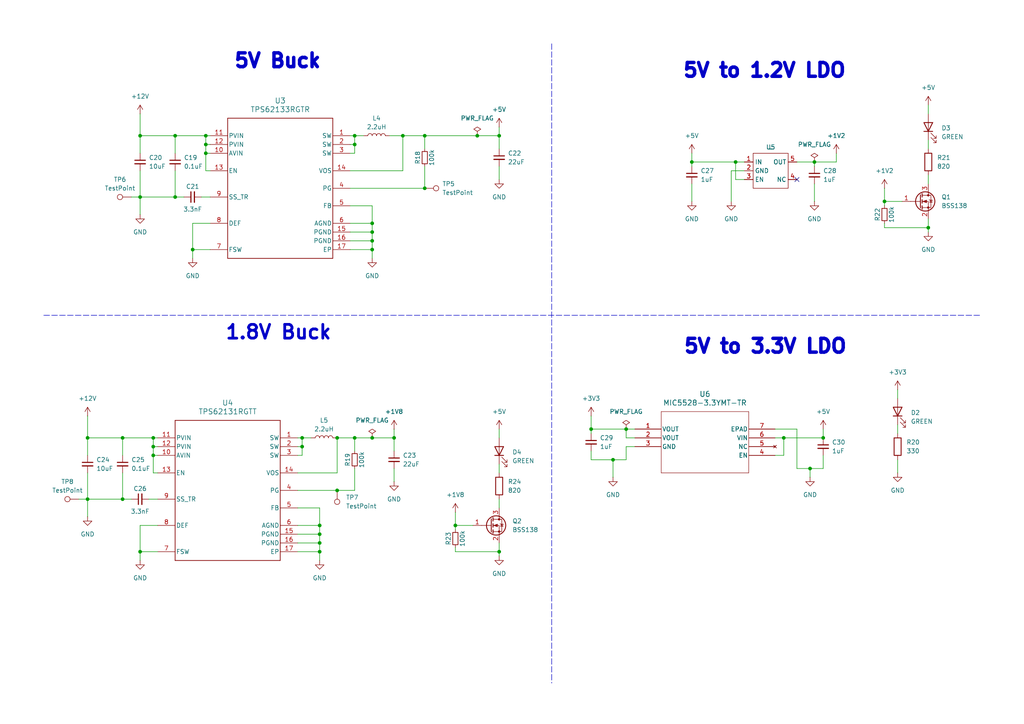
<source format=kicad_sch>
(kicad_sch (version 20231120) (generator "eeschema") (generator_version "8.0")
  (paper "A4")
  (lib_symbols
    (symbol "CameraServer_Symbols:NCP114ASN120T1G"
      (property "Reference" "U" (at 0 6.604 0))
      (symbol "NCP114ASN120T1G_0_1"
        (polyline (pts (xy 0 5.08) (xy -5.08 5.08) (xy -5.08 -5.08) (xy 5.08 -5.08) (xy 5.08 5.08) (xy 0 5.08)))
      )
      (symbol "NCP114ASN120T1G_1_1"
        (pin input line (at -7.62 2.54 0) (length 2.54) (name "IN") (number "1"))
        (pin input line (at -7.62 0 0) (length 2.54) (name "GND") (number "2"))
        (pin input line (at -7.62 -2.54 0) (length 2.54) (name "EN") (number "3"))
        (pin output line (at 7.62 -2.54 180) (length 2.54) (name "NC") (number "4"))
        (pin output line (at 7.62 2.54 180) (length 2.54) (name "OUT") (number "5"))
      )
    )
    (symbol "CameraServer_Symbols:TPS62133RGTR" (pin_names (offset 0.254))
      (property "Reference" "U" (at 0 2.54 0))
      (property "Value" "TPS62133RGTR" (at 0 0 0))
      (symbol "TPS62133RGTR_0_1"
        (polyline (pts (xy -15.24 -20.32) (xy 15.24 -20.32)) (stroke (width 0.2032)))
        (polyline (pts (xy -15.24 20.32) (xy -15.24 -20.32)) (stroke (width 0.2032)))
        (polyline (pts (xy 15.24 -20.32) (xy 15.24 20.32)) (stroke (width 0.2032)))
        (polyline (pts (xy 15.24 20.32) (xy -15.24 20.32)) (stroke (width 0.2032)))
        (pin power_in line (at 20.32 15.24 180) (length 5.08) (name "SW") (number "1"))
        (pin power_in line (at -20.32 10.16 0) (length 5.08) (name "AVIN") (number "10"))
        (pin power_in line (at -20.32 15.24 0) (length 5.08) (name "PVIN") (number "11"))
        (pin power_in line (at -20.32 12.7 0) (length 5.08) (name "PVIN") (number "12"))
        (pin input line (at -20.32 5.08 0) (length 5.08) (name "EN") (number "13"))
        (pin input line (at 20.32 5.08 180) (length 5.08) (name "VOS") (number "14"))
        (pin power_in line (at 20.32 -12.7 180) (length 5.08) (name "PGND") (number "15"))
        (pin power_in line (at 20.32 -15.24 180) (length 5.08) (name "PGND") (number "16"))
        (pin power_in line (at 20.32 -17.78 180) (length 5.08) (name "EP") (number "17"))
        (pin power_in line (at 20.32 12.7 180) (length 5.08) (name "SW") (number "2"))
        (pin power_in line (at 20.32 10.16 180) (length 5.08) (name "SW") (number "3"))
        (pin open_collector line (at 20.32 0 180) (length 5.08) (name "PG") (number "4"))
        (pin input line (at 20.32 -5.08 180) (length 5.08) (name "FB") (number "5"))
        (pin power_in line (at 20.32 -10.16 180) (length 5.08) (name "AGND") (number "6"))
        (pin input line (at -20.32 -17.78 0) (length 5.08) (name "FSW") (number "7"))
        (pin input line (at -20.32 -10.16 0) (length 5.08) (name "DEF") (number "8"))
        (pin input line (at -20.32 -2.54 0) (length 5.08) (name "SS_TR") (number "9"))
      )
    )
    (symbol "Connector:TestPoint" (pin_numbers hide) (pin_names (offset 0.762) hide)
      (property "Reference" "TP" (at 0 6.858 0))
      (property "Value" "TestPoint" (at 0 5.08 0))
      (symbol "TestPoint_0_1"
        (circle (center 0 3.302) (radius 0.762))
      )
      (symbol "TestPoint_1_1"
        (pin passive line (at 0 0 90) (length 2.54) (name "1") (number "1"))
      )
    )
    (symbol "Device:C_Small" (pin_numbers hide) (pin_names (offset 0.254) hide)
      (property "Reference" "C" (at 0.254 1.778 0))
      (property "Value" "C_Small" (at 0.254 -2.032 0))
      (symbol "C_Small_0_1"
        (polyline (pts (xy -1.524 -0.508) (xy 1.524 -0.508)) (stroke (width 0.3302)))
        (polyline (pts (xy -1.524 0.508) (xy 1.524 0.508)) (stroke (width 0.3048)))
      )
      (symbol "C_Small_1_1"
        (pin passive line (at 0 2.54 270) (length 2.032) (name "~") (number "1"))
        (pin passive line (at 0 -2.54 90) (length 2.032) (name "~") (number "2"))
      )
    )
    (symbol "Device:L" (pin_numbers hide) (pin_names (offset 1.016) hide)
      (property "Reference" "L" (at -1.27 0 90))
      (property "Value" "L" (at 1.905 0 90))
      (symbol "L_0_1"
        (arc (start 0 -2.54) (mid 0.6323 -1.905) (end 0 -1.27))
        (arc (start 0 -1.27) (mid 0.6323 -0.635) (end 0 0))
        (arc (start 0 0) (mid 0.6323 0.635) (end 0 1.27))
        (arc (start 0 1.27) (mid 0.6323 1.905) (end 0 2.54))
      )
      (symbol "L_1_1"
        (pin passive line (at 0 3.81 270) (length 1.27) (name "1") (number "1"))
        (pin passive line (at 0 -3.81 90) (length 1.27) (name "2") (number "2"))
      )
    )
    (symbol "Device:LED" (pin_numbers hide) (pin_names (offset 1.016) hide)
      (property "Reference" "D" (at 0 2.54 0))
      (property "Value" "LED" (at 0 -2.54 0))
      (symbol "LED_0_1"
        (polyline (pts (xy -1.27 -1.27) (xy -1.27 1.27)) (stroke (width 0.254)))
        (polyline (pts (xy -1.27 0) (xy 1.27 0)))
        (polyline (pts (xy 1.27 -1.27) (xy 1.27 1.27) (xy -1.27 0) (xy 1.27 -1.27)) (stroke (width 0.254)))
        (polyline (pts (xy -3.048 -0.762) (xy -4.572 -2.286) (xy -3.81 -2.286) (xy -4.572 -2.286) (xy -4.572 -1.524)))
        (polyline (pts (xy -1.778 -0.762) (xy -3.302 -2.286) (xy -2.54 -2.286) (xy -3.302 -2.286) (xy -3.302 -1.524)))
      )
      (symbol "LED_1_1"
        (pin passive line (at -3.81 0 0) (length 2.54) (name "K") (number "1"))
        (pin passive line (at 3.81 0 180) (length 2.54) (name "A") (number "2"))
      )
    )
    (symbol "Device:R" (pin_numbers hide) (pin_names (offset 0))
      (property "Reference" "R" (at 2.032 0 90))
      (property "Value" "R" (at 0 0 90))
      (symbol "R_0_1"
        (rectangle (start -1.016 -2.54) (end 1.016 2.54) (stroke (width 0.254)))
      )
      (symbol "R_1_1"
        (pin passive line (at 0 3.81 270) (length 1.27) (name "~") (number "1"))
        (pin passive line (at 0 -3.81 90) (length 1.27) (name "~") (number "2"))
      )
    )
    (symbol "Device:R_Small" (pin_numbers hide) (pin_names (offset 0.254) hide)
      (property "Reference" "R" (at 0.762 0.508 0))
      (property "Value" "R_Small" (at 0.762 -1.016 0))
      (symbol "R_Small_0_1"
        (rectangle (start -0.762 1.778) (end 0.762 -1.778) (stroke (width 0.2032)))
      )
      (symbol "R_Small_1_1"
        (pin passive line (at 0 2.54 270) (length 0.762) (name "~") (number "1"))
        (pin passive line (at 0 -2.54 90) (length 0.762) (name "~") (number "2"))
      )
    )
    (symbol "Snapeda:MIC5528-3.3YMT-TR" (pin_names (offset 0.254))
      (property "Reference" "U" (at 20.32 10.16 0))
      (property "Value" "MIC5528-3.3YMT-TR" (at 20.32 7.62 0))
      (symbol "MIC5528-3.3YMT-TR_0_1"
        (polyline (pts (xy 7.62 -12.7) (xy 33.02 -12.7)) (stroke (width 0.127)))
        (polyline (pts (xy 7.62 5.08) (xy 7.62 -12.7)) (stroke (width 0.127)))
        (polyline (pts (xy 33.02 -12.7) (xy 33.02 5.08)) (stroke (width 0.127)))
        (polyline (pts (xy 33.02 5.08) (xy 7.62 5.08)) (stroke (width 0.127)))
        (pin output line (at 0 0 0) (length 7.62) (name "VOUT") (number "1"))
        (pin output line (at 0 -2.54 0) (length 7.62) (name "VOUT") (number "2"))
        (pin power_in line (at 0 -5.08 0) (length 7.62) (name "GND") (number "3"))
        (pin input line (at 40.64 -7.62 180) (length 7.62) (name "EN") (number "4"))
        (pin no_connect line (at 40.64 -5.08 180) (length 7.62) (name "NC") (number "5"))
        (pin input line (at 40.64 -2.54 180) (length 7.62) (name "VIN") (number "6"))
        (pin unspecified line (at 40.64 0 180) (length 7.62) (name "EPAD") (number "7"))
      )
    )
    (symbol "Snapeda:TPS62131RGTT" (pin_names (offset 0.254))
      (property "Reference" "U" (at 0 2.54 0))
      (property "Value" "TPS62131RGTT" (at 0 0 0))
      (symbol "TPS62131RGTT_0_1"
        (polyline (pts (xy -15.24 -20.32) (xy 15.24 -20.32)) (stroke (width 0.2032)))
        (polyline (pts (xy -15.24 20.32) (xy -15.24 -20.32)) (stroke (width 0.2032)))
        (polyline (pts (xy 15.24 -20.32) (xy 15.24 20.32)) (stroke (width 0.2032)))
        (polyline (pts (xy 15.24 20.32) (xy -15.24 20.32)) (stroke (width 0.2032)))
        (pin power_in line (at 20.32 15.24 180) (length 5.08) (name "SW") (number "1"))
        (pin power_in line (at -20.32 10.16 0) (length 5.08) (name "AVIN") (number "10"))
        (pin power_in line (at -20.32 15.24 0) (length 5.08) (name "PVIN") (number "11"))
        (pin power_in line (at -20.32 12.7 0) (length 5.08) (name "PVIN") (number "12"))
        (pin input line (at -20.32 5.08 0) (length 5.08) (name "EN") (number "13"))
        (pin input line (at 20.32 5.08 180) (length 5.08) (name "VOS") (number "14"))
        (pin power_in line (at 20.32 -12.7 180) (length 5.08) (name "PGND") (number "15"))
        (pin power_in line (at 20.32 -15.24 180) (length 5.08) (name "PGND") (number "16"))
        (pin power_in line (at 20.32 -17.78 180) (length 5.08) (name "EP") (number "17"))
        (pin power_in line (at 20.32 12.7 180) (length 5.08) (name "SW") (number "2"))
        (pin power_in line (at 20.32 10.16 180) (length 5.08) (name "SW") (number "3"))
        (pin open_collector line (at 20.32 0 180) (length 5.08) (name "PG") (number "4"))
        (pin input line (at 20.32 -5.08 180) (length 5.08) (name "FB") (number "5"))
        (pin power_in line (at 20.32 -10.16 180) (length 5.08) (name "AGND") (number "6"))
        (pin input line (at -20.32 -17.78 0) (length 5.08) (name "FSW") (number "7"))
        (pin input line (at -20.32 -10.16 0) (length 5.08) (name "DEF") (number "8"))
        (pin input line (at -20.32 -2.54 0) (length 5.08) (name "SS_TR") (number "9"))
      )
    )
    (symbol "Transistor_FET:BSS138" (pin_names hide)
      (property "Reference" "Q" (at 5.08 1.905 0))
      (property "Value" "BSS138" (at 5.08 0 0))
      (symbol "BSS138_0_1"
        (polyline (pts (xy 0.254 0) (xy -2.54 0)))
        (polyline (pts (xy 0.254 1.905) (xy 0.254 -1.905)) (stroke (width 0.254)))
        (polyline (pts (xy 0.762 -1.27) (xy 0.762 -2.286)) (stroke (width 0.254)))
        (polyline (pts (xy 0.762 0.508) (xy 0.762 -0.508)) (stroke (width 0.254)))
        (polyline (pts (xy 0.762 2.286) (xy 0.762 1.27)) (stroke (width 0.254)))
        (polyline (pts (xy 2.54 2.54) (xy 2.54 1.778)))
        (polyline (pts (xy 2.54 -2.54) (xy 2.54 0) (xy 0.762 0)))
        (polyline (pts (xy 0.762 -1.778) (xy 3.302 -1.778) (xy 3.302 1.778) (xy 0.762 1.778)))
        (polyline (pts (xy 1.016 0) (xy 2.032 0.381) (xy 2.032 -0.381) (xy 1.016 0)) (fill (type outline)))
        (polyline (pts (xy 2.794 0.508) (xy 2.921 0.381) (xy 3.683 0.381) (xy 3.81 0.254)))
        (polyline (pts (xy 3.302 0.381) (xy 2.921 -0.254) (xy 3.683 -0.254) (xy 3.302 0.381)))
        (circle (center 1.651 0) (radius 2.794) (stroke (width 0.254)))
        (circle (center 2.54 -1.778) (radius 0.254) (fill (type outline)))
        (circle (center 2.54 1.778) (radius 0.254) (fill (type outline)))
      )
      (symbol "BSS138_1_1"
        (pin input line (at -5.08 0 0) (length 2.54) (name "G") (number "1"))
        (pin passive line (at 2.54 -5.08 90) (length 2.54) (name "S") (number "2"))
        (pin passive line (at 2.54 5.08 270) (length 2.54) (name "D") (number "3"))
      )
    )
    (symbol "power:+12V" (power) (pin_numbers hide) (pin_names (offset 0) hide)
      (property "Value" "+12V" (at 0 3.556 0))
      (symbol "+12V_0_1"
        (polyline (pts (xy -0.762 1.27) (xy 0 2.54)))
        (polyline (pts (xy 0 0) (xy 0 2.54)))
        (polyline (pts (xy 0 2.54) (xy 0.762 1.27)))
      )
      (symbol "+12V_1_1"
        (pin power_in line (at 0 0 90) (length 0) (name "~") (number "1"))
      )
    )
    (symbol "power:+1V2" (power) (pin_numbers hide) (pin_names (offset 0) hide)
      (property "Value" "+1V2" (at 0 3.556 0))
      (symbol "+1V2_0_1"
        (polyline (pts (xy -0.762 1.27) (xy 0 2.54)))
        (polyline (pts (xy 0 0) (xy 0 2.54)))
        (polyline (pts (xy 0 2.54) (xy 0.762 1.27)))
      )
      (symbol "+1V2_1_1"
        (pin power_in line (at 0 0 90) (length 0) (name "~") (number "1"))
      )
    )
    (symbol "power:+1V8" (power) (pin_numbers hide) (pin_names (offset 0) hide)
      (property "Value" "+1V8" (at 0 3.556 0))
      (symbol "+1V8_0_1"
        (polyline (pts (xy -0.762 1.27) (xy 0 2.54)))
        (polyline (pts (xy 0 0) (xy 0 2.54)))
        (polyline (pts (xy 0 2.54) (xy 0.762 1.27)))
      )
      (symbol "+1V8_1_1"
        (pin power_in line (at 0 0 90) (length 0) (name "~") (number "1"))
      )
    )
    (symbol "power:+3V3" (power) (pin_numbers hide) (pin_names (offset 0) hide)
      (property "Value" "+3V3" (at 0 3.556 0))
      (symbol "+3V3_0_1"
        (polyline (pts (xy -0.762 1.27) (xy 0 2.54)))
        (polyline (pts (xy 0 0) (xy 0 2.54)))
        (polyline (pts (xy 0 2.54) (xy 0.762 1.27)))
      )
      (symbol "+3V3_1_1"
        (pin power_in line (at 0 0 90) (length 0) (name "~") (number "1"))
      )
    )
    (symbol "power:+5V" (power) (pin_numbers hide) (pin_names (offset 0) hide)
      (property "Value" "+5V" (at 0 3.556 0))
      (symbol "+5V_0_1"
        (polyline (pts (xy -0.762 1.27) (xy 0 2.54)))
        (polyline (pts (xy 0 0) (xy 0 2.54)))
        (polyline (pts (xy 0 2.54) (xy 0.762 1.27)))
      )
      (symbol "+5V_1_1"
        (pin power_in line (at 0 0 90) (length 0) (name "~") (number "1"))
      )
    )
    (symbol "power:GND" (power) (pin_numbers hide) (pin_names (offset 0) hide)
      (property "Value" "GND" (at 0 -3.81 0))
      (symbol "GND_0_1"
        (polyline (pts (xy 0 0) (xy 0 -1.27) (xy 1.27 -1.27) (xy 0 -2.54) (xy -1.27 -1.27) (xy 0 -1.27)))
      )
      (symbol "GND_1_1"
        (pin power_in line (at 0 0 270) (length 0) (name "~") (number "1"))
      )
    )
    (symbol "power:PWR_FLAG" (power) (pin_numbers hide) (pin_names (offset 0) hide)
      (property "Value" "PWR_FLAG" (at 0 3.81 0))
      (symbol "PWR_FLAG_0_0"
        (pin power_out line (at 0 0 90) (length 0) (name "~") (number "1"))
      )
      (symbol "PWR_FLAG_0_1"
        (polyline (pts (xy 0 0) (xy 0 1.27) (xy -1.016 1.905) (xy 0 2.54) (xy 1.016 1.905) (xy 0 1.27)))
      )
    )
  )
  (junction (at 92.71 160.02))
  (junction (at 181.61 124.46))
  (junction (at 107.95 64.77))
  (junction (at 35.56 127))
  (junction (at 144.78 160.02))
  (junction (at 236.22 46.99))
  (junction (at 238.76 127))
  (junction (at 132.08 152.4))
  (junction (at 25.4 127))
  (junction (at 102.87 41.91))
  (junction (at 92.71 154.94))
  (junction (at 269.24 66.04))
  (junction (at 171.45 124.46))
  (junction (at 59.69 39.37))
  (junction (at 107.95 67.31))
  (junction (at 40.64 57.15))
  (junction (at 87.63 129.54))
  (junction (at 25.4 144.78))
  (junction (at 213.36 46.99))
  (junction (at 107.95 69.85))
  (junction (at 102.87 127))
  (junction (at 116.84 39.37))
  (junction (at 44.45 127))
  (junction (at 35.56 144.78))
  (junction (at 97.79 127))
  (junction (at 97.79 142.24))
  (junction (at 114.3 127))
  (junction (at 44.45 129.54))
  (junction (at 107.95 72.39))
  (junction (at 123.19 39.37))
  (junction (at 59.69 41.91))
  (junction (at 123.19 54.61))
  (junction (at 144.78 39.37))
  (junction (at 55.88 72.39))
  (junction (at 50.8 57.15))
  (junction (at 59.69 44.45))
  (junction (at 256.54 58.42))
  (junction (at 87.63 127))
  (junction (at 234.95 135.89))
  (junction (at 40.64 39.37))
  (junction (at 50.8 39.37))
  (junction (at 227.33 127))
  (junction (at 40.64 160.02))
  (junction (at 92.71 152.4))
  (junction (at 92.71 157.48))
  (junction (at 177.8 133.35))
  (junction (at 107.95 127))
  (junction (at 102.87 39.37))
  (junction (at 200.66 46.99))
  (junction (at 138.43 39.37))
  (junction (at 44.45 132.08))
  (no_connect (at 231.14 52.07))
  (wire (pts (xy 55.88 74.93) (xy 55.88 72.39)))
  (wire (pts (xy 60.96 41.91) (xy 59.69 41.91)))
  (wire (pts (xy 144.78 147.32) (xy 144.78 144.78)))
  (wire (pts (xy 181.61 124.46) (xy 181.61 127)))
  (wire (pts (xy 144.78 36.83) (xy 144.78 39.37)))
  (wire (pts (xy 86.36 137.16) (xy 97.79 137.16)))
  (wire (pts (xy 171.45 133.35) (xy 177.8 133.35)))
  (wire (pts (xy 238.76 135.89) (xy 234.95 135.89)))
  (wire (pts (xy 269.24 30.48) (xy 269.24 33.02)))
  (wire (pts (xy 86.36 132.08) (xy 87.63 132.08)))
  (wire (pts (xy 87.63 132.08) (xy 87.63 129.54)))
  (wire (pts (xy 181.61 133.35) (xy 181.61 129.54)))
  (wire (pts (xy 144.78 48.26) (xy 144.78 52.07)))
  (wire (pts (xy 25.4 144.78) (xy 22.86 144.78)))
  (wire (pts (xy 132.08 148.59) (xy 132.08 152.4)))
  (wire (pts (xy 234.95 135.89) (xy 231.14 135.89)))
  (wire (pts (xy 102.87 135.89) (xy 102.87 142.24)))
  (wire (pts (xy 236.22 53.34) (xy 236.22 58.42)))
  (wire (pts (xy 45.72 127) (xy 44.45 127)))
  (wire (pts (xy 238.76 124.46) (xy 238.76 127)))
  (wire (pts (xy 40.64 162.56) (xy 40.64 160.02)))
  (wire (pts (xy 231.14 135.89) (xy 231.14 124.46)))
  (wire (pts (xy 260.35 123.19) (xy 260.35 125.73)))
  (wire (pts (xy 123.19 48.26) (xy 123.19 54.61)))
  (wire (pts (xy 123.19 39.37) (xy 123.19 43.18)))
  (wire (pts (xy 50.8 57.15) (xy 53.34 57.15)))
  (wire (pts (xy 114.3 130.81) (xy 114.3 127)))
  (wire (pts (xy 86.36 127) (xy 87.63 127)))
  (wire (pts (xy 50.8 39.37) (xy 40.64 39.37)))
  (wire (pts (xy 171.45 125.73) (xy 171.45 124.46)))
  (wire (pts (xy 107.95 127) (xy 114.3 127)))
  (wire (pts (xy 200.66 46.99) (xy 213.36 46.99)))
  (wire (pts (xy 269.24 40.64) (xy 269.24 43.18)))
  (wire (pts (xy 107.95 67.31) (xy 107.95 69.85)))
  (wire (pts (xy 184.15 127) (xy 181.61 127)))
  (wire (pts (xy 92.71 154.94) (xy 92.71 157.48)))
  (wire (pts (xy 256.54 66.04) (xy 269.24 66.04)))
  (polyline (pts (xy 12.7 91.44) (xy 284.48 91.44)) (stroke (width 0) (type dash)))
  (wire (pts (xy 144.78 134.62) (xy 144.78 137.16)))
  (wire (pts (xy 50.8 49.53) (xy 50.8 57.15)))
  (wire (pts (xy 60.96 49.53) (xy 59.69 49.53)))
  (wire (pts (xy 25.4 120.65) (xy 25.4 127)))
  (wire (pts (xy 40.64 33.02) (xy 40.64 39.37)))
  (wire (pts (xy 269.24 63.5) (xy 269.24 66.04)))
  (wire (pts (xy 238.76 127) (xy 227.33 127)))
  (wire (pts (xy 114.3 135.89) (xy 114.3 139.7)))
  (wire (pts (xy 171.45 120.65) (xy 171.45 124.46)))
  (wire (pts (xy 86.36 160.02) (xy 92.71 160.02)))
  (wire (pts (xy 107.95 59.69) (xy 107.95 64.77)))
  (wire (pts (xy 236.22 48.26) (xy 236.22 46.99)))
  (wire (pts (xy 256.54 54.61) (xy 256.54 58.42)))
  (wire (pts (xy 87.63 129.54) (xy 87.63 127)))
  (wire (pts (xy 44.45 127) (xy 44.45 129.54)))
  (wire (pts (xy 227.33 127) (xy 224.79 127)))
  (wire (pts (xy 231.14 124.46) (xy 224.79 124.46)))
  (wire (pts (xy 101.6 72.39) (xy 107.95 72.39)))
  (wire (pts (xy 212.09 58.42) (xy 212.09 49.53)))
  (wire (pts (xy 234.95 138.43) (xy 234.95 135.89)))
  (wire (pts (xy 144.78 157.48) (xy 144.78 160.02)))
  (wire (pts (xy 40.64 49.53) (xy 40.64 57.15)))
  (wire (pts (xy 60.96 44.45) (xy 59.69 44.45)))
  (wire (pts (xy 181.61 129.54) (xy 184.15 129.54)))
  (wire (pts (xy 101.6 64.77) (xy 107.95 64.77)))
  (wire (pts (xy 87.63 127) (xy 90.17 127)))
  (wire (pts (xy 238.76 132.08) (xy 238.76 135.89)))
  (wire (pts (xy 242.57 44.45) (xy 242.57 46.99)))
  (wire (pts (xy 256.54 58.42) (xy 261.62 58.42)))
  (wire (pts (xy 45.72 152.4) (xy 40.64 152.4)))
  (wire (pts (xy 40.64 57.15) (xy 40.64 62.23)))
  (wire (pts (xy 236.22 46.99) (xy 242.57 46.99)))
  (wire (pts (xy 132.08 160.02) (xy 144.78 160.02)))
  (wire (pts (xy 59.69 49.53) (xy 59.69 44.45)))
  (wire (pts (xy 44.45 129.54) (xy 44.45 132.08)))
  (wire (pts (xy 60.96 39.37) (xy 59.69 39.37)))
  (wire (pts (xy 101.6 44.45) (xy 102.87 44.45)))
  (wire (pts (xy 102.87 41.91) (xy 102.87 39.37)))
  (wire (pts (xy 35.56 127) (xy 35.56 132.08)))
  (wire (pts (xy 102.87 44.45) (xy 102.87 41.91)))
  (wire (pts (xy 200.66 48.26) (xy 200.66 46.99)))
  (wire (pts (xy 132.08 152.4) (xy 137.16 152.4)))
  (wire (pts (xy 132.08 152.4) (xy 132.08 153.67)))
  (polyline (pts (xy 160.02 12.7) (xy 160.02 198.12)) (stroke (width 0) (type dash)))
  (wire (pts (xy 45.72 137.16) (xy 44.45 137.16)))
  (wire (pts (xy 213.36 52.07) (xy 213.36 46.99)))
  (wire (pts (xy 86.36 129.54) (xy 87.63 129.54)))
  (wire (pts (xy 123.19 39.37) (xy 138.43 39.37)))
  (wire (pts (xy 92.71 160.02) (xy 92.71 157.48)))
  (wire (pts (xy 200.66 53.34) (xy 200.66 58.42)))
  (wire (pts (xy 59.69 41.91) (xy 59.69 44.45)))
  (wire (pts (xy 236.22 46.99) (xy 231.14 46.99)))
  (wire (pts (xy 101.6 59.69) (xy 107.95 59.69)))
  (wire (pts (xy 35.56 144.78) (xy 38.1 144.78)))
  (wire (pts (xy 59.69 39.37) (xy 59.69 41.91)))
  (wire (pts (xy 40.64 39.37) (xy 40.64 44.45)))
  (wire (pts (xy 86.36 154.94) (xy 92.71 154.94)))
  (wire (pts (xy 224.79 132.08) (xy 227.33 132.08)))
  (wire (pts (xy 92.71 147.32) (xy 92.71 152.4)))
  (wire (pts (xy 200.66 44.45) (xy 200.66 46.99)))
  (wire (pts (xy 101.6 54.61) (xy 123.19 54.61)))
  (wire (pts (xy 43.18 144.78) (xy 45.72 144.78)))
  (wire (pts (xy 177.8 133.35) (xy 181.61 133.35)))
  (wire (pts (xy 35.56 127) (xy 25.4 127)))
  (wire (pts (xy 101.6 49.53) (xy 116.84 49.53)))
  (wire (pts (xy 260.35 133.35) (xy 260.35 137.16)))
  (wire (pts (xy 25.4 144.78) (xy 25.4 149.86)))
  (wire (pts (xy 116.84 39.37) (xy 123.19 39.37)))
  (wire (pts (xy 212.09 49.53) (xy 215.9 49.53)))
  (wire (pts (xy 45.72 129.54) (xy 44.45 129.54)))
  (wire (pts (xy 144.78 160.02) (xy 144.78 161.29)))
  (wire (pts (xy 35.56 144.78) (xy 25.4 144.78)))
  (wire (pts (xy 50.8 39.37) (xy 50.8 44.45)))
  (wire (pts (xy 102.87 39.37) (xy 105.41 39.37)))
  (wire (pts (xy 107.95 72.39) (xy 107.95 69.85)))
  (wire (pts (xy 177.8 138.43) (xy 177.8 133.35)))
  (wire (pts (xy 184.15 124.46) (xy 181.61 124.46)))
  (wire (pts (xy 97.79 137.16) (xy 97.79 127)))
  (wire (pts (xy 215.9 52.07) (xy 213.36 52.07)))
  (wire (pts (xy 144.78 124.46) (xy 144.78 127)))
  (wire (pts (xy 59.69 39.37) (xy 50.8 39.37)))
  (wire (pts (xy 256.54 58.42) (xy 256.54 59.69)))
  (wire (pts (xy 55.88 72.39) (xy 60.96 72.39)))
  (wire (pts (xy 40.64 57.15) (xy 38.1 57.15)))
  (wire (pts (xy 92.71 160.02) (xy 92.71 162.56)))
  (wire (pts (xy 171.45 130.81) (xy 171.45 133.35)))
  (wire (pts (xy 50.8 57.15) (xy 40.64 57.15)))
  (wire (pts (xy 269.24 66.04) (xy 269.24 67.31)))
  (wire (pts (xy 44.45 127) (xy 35.56 127)))
  (wire (pts (xy 35.56 137.16) (xy 35.56 144.78)))
  (wire (pts (xy 58.42 57.15) (xy 60.96 57.15)))
  (wire (pts (xy 144.78 43.18) (xy 144.78 39.37)))
  (wire (pts (xy 256.54 66.04) (xy 256.54 64.77)))
  (wire (pts (xy 25.4 137.16) (xy 25.4 144.78)))
  (wire (pts (xy 138.43 39.37) (xy 144.78 39.37)))
  (wire (pts (xy 101.6 69.85) (xy 107.95 69.85)))
  (wire (pts (xy 86.36 142.24) (xy 97.79 142.24)))
  (wire (pts (xy 113.03 39.37) (xy 116.84 39.37)))
  (wire (pts (xy 101.6 67.31) (xy 107.95 67.31)))
  (wire (pts (xy 97.79 142.24) (xy 102.87 142.24)))
  (wire (pts (xy 260.35 113.03) (xy 260.35 115.57)))
  (wire (pts (xy 114.3 124.46) (xy 114.3 127)))
  (wire (pts (xy 40.64 152.4) (xy 40.64 160.02)))
  (wire (pts (xy 102.87 127) (xy 107.95 127)))
  (wire (pts (xy 116.84 49.53) (xy 116.84 39.37)))
  (wire (pts (xy 227.33 132.08) (xy 227.33 127)))
  (wire (pts (xy 44.45 137.16) (xy 44.45 132.08)))
  (wire (pts (xy 213.36 46.99) (xy 215.9 46.99)))
  (wire (pts (xy 86.36 147.32) (xy 92.71 147.32)))
  (wire (pts (xy 86.36 157.48) (xy 92.71 157.48)))
  (wire (pts (xy 86.36 152.4) (xy 92.71 152.4)))
  (wire (pts (xy 60.96 64.77) (xy 55.88 64.77)))
  (wire (pts (xy 101.6 41.91) (xy 102.87 41.91)))
  (wire (pts (xy 132.08 160.02) (xy 132.08 158.75)))
  (wire (pts (xy 107.95 72.39) (xy 107.95 74.93)))
  (wire (pts (xy 269.24 53.34) (xy 269.24 50.8)))
  (wire (pts (xy 107.95 64.77) (xy 107.95 67.31)))
  (wire (pts (xy 45.72 132.08) (xy 44.45 132.08)))
  (wire (pts (xy 102.87 127) (xy 102.87 130.81)))
  (wire (pts (xy 101.6 39.37) (xy 102.87 39.37)))
  (wire (pts (xy 181.61 124.46) (xy 171.45 124.46)))
  (wire (pts (xy 92.71 152.4) (xy 92.71 154.94)))
  (wire (pts (xy 25.4 127) (xy 25.4 132.08)))
  (wire (pts (xy 55.88 64.77) (xy 55.88 72.39)))
  (wire (pts (xy 97.79 127) (xy 102.87 127)))
  (wire (pts (xy 40.64 160.02) (xy 45.72 160.02)))
  (text "5V to 3.3V LDO" (at 221.996 100.584 0) (effects (font (size 4 4) (thickness 1.016) (bold yes))))
  (text "5V to 1.2V LDO" (at 221.742 20.574 0) (effects (font (size 4 4) (thickness 1.016) (bold yes))))
  (text "5V Buck" (at 80.518 17.78 0) (effects (font (size 4 4) (thickness 1.016) (bold yes))))
  (text "1.8V Buck" (at 80.772 96.52 0) (effects (font (size 4 4) (thickness 0.8) (bold yes))))
  (symbol (lib_id "Device:L") (at 93.98 127 90) (unit 1)
    (property "Reference" "L5" (at 93.98 121.92 90))
    (property "Value" "2.2uH" (at 93.98 124.46 90))
    (property "Footprint" "CameraServer_Footprints:IFSC1515AHER2R2M01" (effects (hide yes)))
    (property "Datasheet" "https://www.vishay.com/docs/34295/ifsc-1515ah-01.pdf" (effects (hide yes)))
    (property "Description" "Inductor" (effects (hide yes)))
  )
  (symbol (lib_id "Device:LED") (at 260.35 119.38 90) (unit 1)
    (property "Reference" "D2" (at 264.16 119.6974 90) (effects (justify right)))
    (property "Value" "GREEN" (at 264.16 122.2374 90) (effects (justify right)))
    (property "Footprint" "LED_SMD:LED_0603_1608Metric_Pad1.05x0.95mm_HandSolder" (effects (hide yes)))
    (property "Description" "Light emitting diode" (effects (hide yes)))
  )
  (symbol (lib_id "Device:R_Small") (at 256.54 62.23 0) (unit 1)
    (property "Reference" "R22" (at 254.508 62.23 90))
    (property "Value" "100k" (at 258.572 62.23 90))
    (property "Footprint" "Resistor_SMD:R_0402_1005Metric_Pad0.72x0.64mm_HandSolder" (effects (hide yes)))
    (property "Datasheet" "https://www.yageo.com/upload/media/product/products/datasheet/rchip/PYu-RC_Group_51_RoHS_L_12.pdf" (effects (hide yes)))
    (property "Description" "Resistor, small symbol" (effects (hide yes)))
  )
  (symbol (lib_id "Device:R") (at 144.78 140.97 0) (unit 1)
    (property "Reference" "R24" (at 147.32 139.6999 0) (effects (justify left)))
    (property "Value" "820" (at 147.32 142.2399 0) (effects (justify left)))
    (property "Footprint" "Resistor_SMD:R_0603_1608Metric_Pad0.98x0.95mm_HandSolder" (effects (hide yes)))
    (property "Description" "Resistor" (effects (hide yes)))
  )
  (symbol (lib_id "Device:C_Small") (at 144.78 45.72 0) (unit 1)
    (property "Reference" "C22" (at 147.32 44.4562 0) (effects (justify left)))
    (property "Value" "22uF" (at 147.32 46.9962 0) (effects (justify left)))
    (property "Footprint" "Capacitor_SMD:C_0603_1608Metric_Pad1.08x0.95mm_HandSolder" (effects (hide yes)))
    (property "Datasheet" "https://mm.digikey.com/Volume0/opasdata/d220001/medias/docus/2901/CL10A226MP8NUNC_Spec.pdf" (effects (hide yes)))
    (property "Description" "Unpolarized capacitor, small symbol" (effects (hide yes)))
  )
  (symbol (lib_id "Device:LED") (at 269.24 36.83 90) (unit 1)
    (property "Reference" "D3" (at 273.05 37.1474 90) (effects (justify right)))
    (property "Value" "GREEN" (at 273.05 39.6874 90) (effects (justify right)))
    (property "Footprint" "LED_SMD:LED_0603_1608Metric_Pad1.05x0.95mm_HandSolder" (effects (hide yes)))
    (property "Description" "Light emitting diode" (effects (hide yes)))
  )
  (symbol (lib_id "Device:C_Small") (at 171.45 128.27 0) (unit 1)
    (property "Reference" "C29" (at 173.99 127.0062 0) (effects (justify left)))
    (property "Value" "1uF" (at 173.99 129.5462 0) (effects (justify left)))
    (property "Footprint" "Capacitor_SMD:C_0402_1005Metric_Pad0.74x0.62mm_HandSolder" (effects (hide yes)))
    (property "Description" "Unpolarized capacitor, small symbol" (effects (hide yes)))
  )
  (symbol (lib_id "Snapeda:TPS62131RGTT") (at 66.04 142.24 0) (unit 1)
    (property "Reference" "U4" (at 66.04 116.84 0) (effects (font (size 1.524 1.524))))
    (property "Value" "TPS62131RGTT" (at 66.04 119.38 0) (effects (font (size 1.524 1.524))))
    (property "Footprint" "CameraServer_Footprints:TPS62133RGTR" (effects (hide yes)))
    (property "Datasheet" "TPS62131RGTT" (effects (hide yes)))
  )
  (symbol (lib_id "power:GND") (at 92.71 162.56 0) (unit 1)
    (property "Reference" "#PWR033" (effects (hide yes)))
    (property "Value" "GND" (at 92.71 167.64 0))
    (property "Description" "Power symbol creates a global label with name \"GND\" , ground" (effects (hide yes)))
  )
  (symbol (lib_id "power:+5V") (at 200.66 44.45 0) (unit 1)
    (property "Reference" "#PWR043" (effects (hide yes)))
    (property "Value" "+5V" (at 200.66 39.37 0))
    (property "Description" "Power symbol creates a global label with name \"+5V\"" (effects (hide yes)))
  )
  (symbol (lib_id "power:+12V") (at 40.64 33.02 0) (unit 1)
    (property "Reference" "#PWR027" (effects (hide yes)))
    (property "Value" "+12V" (at 40.64 27.94 0))
    (property "Description" "Power symbol creates a global label with name \"+12V\"" (effects (hide yes)))
  )
  (symbol (lib_id "Device:C_Small") (at 236.22 50.8 0) (unit 1)
    (property "Reference" "C28" (at 238.76 49.5362 0) (effects (justify left)))
    (property "Value" "1uF" (at 238.76 52.0762 0) (effects (justify left)))
    (property "Footprint" "Capacitor_SMD:C_0402_1005Metric_Pad0.74x0.62mm_HandSolder" (effects (hide yes)))
    (property "Description" "Unpolarized capacitor, small symbol" (effects (hide yes)))
  )
  (symbol (lib_id "Connector:TestPoint") (at 38.1 57.15 90) (unit 1)
    (property "Reference" "TP6" (at 34.798 52.07 90))
    (property "Value" "TestPoint" (at 34.798 54.61 90))
    (property "Footprint" "TestPoint:TestPoint_Pad_D1.0mm" (effects (hide yes)))
    (property "Description" "test point" (effects (hide yes)))
  )
  (symbol (lib_id "power:+3V3") (at 171.45 120.65 0) (unit 1)
    (property "Reference" "#PWR047" (effects (hide yes)))
    (property "Value" "+3V3" (at 171.45 115.57 0))
    (property "Description" "Power symbol creates a global label with name \"+3V3\"" (effects (hide yes)))
  )
  (symbol (lib_id "power:+5V") (at 144.78 124.46 0) (unit 1)
    (property "Reference" "#PWR054" (effects (hide yes)))
    (property "Value" "+5V" (at 144.78 119.38 0))
    (property "Description" "Power symbol creates a global label with name \"+5V\"" (effects (hide yes)))
  )
  (symbol (lib_id "power:GND") (at 107.95 74.93 0) (unit 1)
    (property "Reference" "#PWR029" (effects (hide yes)))
    (property "Value" "GND" (at 107.95 80.01 0))
    (property "Description" "Power symbol creates a global label with name \"GND\" , ground" (effects (hide yes)))
  )
  (symbol (lib_id "power:GND") (at 114.3 139.7 0) (unit 1)
    (property "Reference" "#PWR035" (effects (hide yes)))
    (property "Value" "GND" (at 114.3 144.78 0))
    (property "Description" "Power symbol creates a global label with name \"GND\" , ground" (effects (hide yes)))
  )
  (symbol (lib_id "Device:C_Small") (at 114.3 133.35 0) (unit 1)
    (property "Reference" "C23" (at 116.84 132.0862 0) (effects (justify left)))
    (property "Value" "22uF" (at 116.84 134.6262 0) (effects (justify left)))
    (property "Footprint" "Capacitor_SMD:C_0603_1608Metric_Pad1.08x0.95mm_HandSolder" (effects (hide yes)))
    (property "Datasheet" "https://mm.digikey.com/Volume0/opasdata/d220001/medias/docus/2901/CL10A226MP8NUNC_Spec.pdf" (effects (hide yes)))
    (property "Description" "Unpolarized capacitor, small symbol" (effects (hide yes)))
  )
  (symbol (lib_id "power:GND") (at 25.4 149.86 0) (unit 1)
    (property "Reference" "#PWR037" (effects (hide yes)))
    (property "Value" "GND" (at 25.4 154.94 0))
    (property "Description" "Power symbol creates a global label with name \"GND\" , ground" (effects (hide yes)))
  )
  (symbol (lib_id "Transistor_FET:BSS138") (at 266.7 58.42 0) (unit 1)
    (property "Reference" "Q1" (at 273.05 57.1499 0) (effects (justify left)))
    (property "Value" "BSS138" (at 273.05 59.6899 0) (effects (justify left)))
    (property "Footprint" "Package_TO_SOT_SMD:SOT-23" (effects (hide yes)))
    (property "Datasheet" "https://www.onsemi.com/pub/Collateral/BSS138-D.PDF" (effects (hide yes)))
    (property "Description" "50V Vds, 0.22A Id, N-Channel MOSFET, SOT-23" (effects (hide yes)))
  )
  (symbol (lib_id "power:GND") (at 236.22 58.42 0) (unit 1)
    (property "Reference" "#PWR041" (effects (hide yes)))
    (property "Value" "GND" (at 236.22 63.5 0))
    (property "Description" "Power symbol creates a global label with name \"GND\" , ground" (effects (hide yes)))
  )
  (symbol (lib_id "Connector:TestPoint") (at 97.79 142.24 180) (unit 1)
    (property "Reference" "TP7" (at 100.33 144.2719 0) (effects (justify right)))
    (property "Value" "TestPoint" (at 100.33 146.8119 0) (effects (justify right)))
    (property "Footprint" "TestPoint:TestPoint_Pad_D1.0mm" (effects (hide yes)))
    (property "Description" "test point" (effects (hide yes)))
  )
  (symbol (lib_id "Device:C_Small") (at 40.64 46.99 0) (unit 1)
    (property "Reference" "C20" (at 43.18 45.7262 0) (effects (justify left)))
    (property "Value" "10uF" (at 43.18 48.2662 0) (effects (justify left)))
    (property "Footprint" "Capacitor_SMD:C_0805_2012Metric_Pad1.18x1.45mm_HandSolder" (effects (hide yes)))
    (property "Datasheet" "https://search.murata.co.jp/Ceramy/image/img/A01X/G101/ENG/GRM21BR61C106KE15-01.pdf" (effects (hide yes)))
    (property "Description" "Unpolarized capacitor, small symbol" (effects (hide yes)))
  )
  (symbol (lib_id "Device:R_Small") (at 102.87 133.35 0) (unit 1)
    (property "Reference" "R19" (at 100.838 133.35 90))
    (property "Value" "100k" (at 104.902 133.35 90))
    (property "Footprint" "Resistor_SMD:R_0402_1005Metric_Pad0.72x0.64mm_HandSolder" (effects (hide yes)))
    (property "Datasheet" "https://www.yageo.com/upload/media/product/products/datasheet/rchip/PYu-RC_Group_51_RoHS_L_12.pdf" (effects (hide yes)))
    (property "Description" "Resistor, small symbol" (effects (hide yes)))
  )
  (symbol (lib_id "power:GND") (at 212.09 58.42 0) (unit 1)
    (property "Reference" "#PWR040" (effects (hide yes)))
    (property "Value" "GND" (at 212.09 63.5 0))
    (property "Description" "Power symbol creates a global label with name \"GND\" , ground" (effects (hide yes)))
  )
  (symbol (lib_id "Device:L") (at 109.22 39.37 90) (unit 1)
    (property "Reference" "L4" (at 109.22 34.29 90))
    (property "Value" "2.2uH" (at 109.22 36.83 90))
    (property "Footprint" "CameraServer_Footprints:IFSC1515AHER2R2M01" (effects (hide yes)))
    (property "Datasheet" "https://www.vishay.com/docs/34295/ifsc-1515ah-01.pdf" (effects (hide yes)))
    (property "Description" "Inductor" (effects (hide yes)))
  )
  (symbol (lib_id "Device:C_Small") (at 238.76 129.54 0) (unit 1)
    (property "Reference" "C30" (at 241.3 128.2762 0) (effects (justify left)))
    (property "Value" "1uF" (at 241.3 130.8162 0) (effects (justify left)))
    (property "Footprint" "Capacitor_SMD:C_0402_1005Metric_Pad0.74x0.62mm_HandSolder" (effects (hide yes)))
    (property "Description" "Unpolarized capacitor, small symbol" (effects (hide yes)))
  )
  (symbol (lib_id "Transistor_FET:BSS138") (at 142.24 152.4 0) (unit 1)
    (property "Reference" "Q2" (at 148.59 151.1299 0) (effects (justify left)))
    (property "Value" "BSS138" (at 148.59 153.6699 0) (effects (justify left)))
    (property "Footprint" "Package_TO_SOT_SMD:SOT-23" (effects (hide yes)))
    (property "Datasheet" "https://www.onsemi.com/pub/Collateral/BSS138-D.PDF" (effects (hide yes)))
    (property "Description" "50V Vds, 0.22A Id, N-Channel MOSFET, SOT-23" (effects (hide yes)))
  )
  (symbol (lib_id "power:+1V2") (at 256.54 54.61 0) (unit 1)
    (property "Reference" "#PWR052" (effects (hide yes)))
    (property "Value" "+1V2" (at 256.54 49.53 0))
    (property "Description" "Power symbol creates a global label with name \"+1V2\"" (effects (hide yes)))
  )
  (symbol (lib_id "CameraServer_Symbols:TPS62133RGTR") (at 81.28 54.61 0) (unit 1)
    (property "Reference" "U3" (at 81.28 29.21 0) (effects (font (size 1.524 1.524))))
    (property "Value" "TPS62133RGTR" (at 81.28 31.75 0) (effects (font (size 1.524 1.524))))
    (property "Footprint" "CameraServer_Footprints:TPS62133RGTR" (effects (hide yes)))
    (property "Datasheet" "https://www.ti.com/lit/ds/symlink/tps62130.pdf?HQS=dis-dk-null-digikeymode-dsf-pf-null-wwe&ts=1735247715198" (effects (hide yes)))
    (property "Manufacturer" "Texas Instruments" (effects (hide yes)))
    (property "Package" "QFN50P300X300X100-17N" (effects (hide yes)))
  )
  (symbol (lib_id "power:GND") (at 200.66 58.42 0) (unit 1)
    (property "Reference" "#PWR039" (effects (hide yes)))
    (property "Value" "GND" (at 200.66 63.5 0))
    (property "Description" "Power symbol creates a global label with name \"GND\" , ground" (effects (hide yes)))
  )
  (symbol (lib_id "power:GND") (at 234.95 138.43 0) (unit 1)
    (property "Reference" "#PWR045" (effects (hide yes)))
    (property "Value" "GND" (at 234.95 143.51 0))
    (property "Description" "Power symbol creates a global label with name \"GND\" , ground" (effects (hide yes)))
  )
  (symbol (lib_id "power:GND") (at 55.88 74.93 0) (unit 1)
    (property "Reference" "#PWR028" (effects (hide yes)))
    (property "Value" "GND" (at 55.88 80.01 0))
    (property "Description" "Power symbol creates a global label with name \"GND\" , ground" (effects (hide yes)))
  )
  (symbol (lib_id "power:+5V") (at 144.78 36.83 0) (unit 1)
    (property "Reference" "#PWR032" (effects (hide yes)))
    (property "Value" "+5V" (at 144.78 31.75 0))
    (property "Description" "Power symbol creates a global label with name \"+5V\"" (effects (hide yes)))
  )
  (symbol (lib_id "CameraServer_Symbols:NCP114ASN120T1G") (at 223.52 49.53 0) (unit 1)
    (property "Reference" "U5" (at 223.52 42.672 0))
    (property "Value" "~" (at 223.52 43.18 0))
    (property "Footprint" "CameraServer_Footprints:NCP114ASN120T1G" (effects (hide yes)))
    (property "Datasheet" "https://www.onsemi.com/pdf/datasheet/ncp114-d.pdf" (effects (hide yes)))
    (property "Description" "1.2V LDO" (effects (hide yes)))
  )
  (symbol (lib_id "power:+1V8") (at 132.08 148.59 0) (unit 1)
    (property "Reference" "#PWR053" (effects (hide yes)))
    (property "Value" "+1V8" (at 132.08 143.51 0))
    (property "Description" "Power symbol creates a global label with name \"+1V8\"" (effects (hide yes)))
  )
  (symbol (lib_id "Device:R") (at 260.35 129.54 0) (unit 1)
    (property "Reference" "R20" (at 262.89 128.2699 0) (effects (justify left)))
    (property "Value" "330" (at 262.89 130.8099 0) (effects (justify left)))
    (property "Footprint" "Resistor_SMD:R_0603_1608Metric_Pad0.98x0.95mm_HandSolder" (effects (hide yes)))
    (property "Description" "Resistor" (effects (hide yes)))
  )
  (symbol (lib_id "Device:C_Small") (at 55.88 57.15 90) (unit 1)
    (property "Reference" "C21" (at 55.88 54.102 90))
    (property "Value" "3.3nF" (at 55.88 60.706 90))
    (property "Footprint" "Capacitor_SMD:C_0402_1005Metric_Pad0.74x0.62mm_HandSolder" (effects (hide yes)))
    (property "Datasheet" "https://search.murata.co.jp/Ceramy/image/img/A01X/G101/ENG/GRM155R71H332JA01-01.pdf" (effects (hide yes)))
    (property "Description" "Unpolarized capacitor, small symbol" (effects (hide yes)))
  )
  (symbol (lib_id "power:GND") (at 144.78 161.29 0) (unit 1)
    (property "Reference" "#PWR055" (effects (hide yes)))
    (property "Value" "GND" (at 144.78 166.37 0))
    (property "Description" "Power symbol creates a global label with name \"GND\" , ground" (effects (hide yes)))
  )
  (symbol (lib_id "Device:C_Small") (at 25.4 134.62 0) (unit 1)
    (property "Reference" "C24" (at 27.94 133.3562 0) (effects (justify left)))
    (property "Value" "10uF" (at 27.94 135.8962 0) (effects (justify left)))
    (property "Footprint" "Capacitor_SMD:C_0805_2012Metric_Pad1.18x1.45mm_HandSolder" (effects (hide yes)))
    (property "Datasheet" "https://search.murata.co.jp/Ceramy/image/img/A01X/G101/ENG/GRM21BR61C106KE15-01.pdf" (effects (hide yes)))
    (property "Description" "Unpolarized capacitor, small symbol" (effects (hide yes)))
  )
  (symbol (lib_id "Device:R_Small") (at 132.08 156.21 0) (unit 1)
    (property "Reference" "R23" (at 130.048 156.21 90))
    (property "Value" "100k" (at 134.112 156.21 90))
    (property "Footprint" "Resistor_SMD:R_0402_1005Metric_Pad0.72x0.64mm_HandSolder" (effects (hide yes)))
    (property "Datasheet" "https://www.yageo.com/upload/media/product/products/datasheet/rchip/PYu-RC_Group_51_RoHS_L_12.pdf" (effects (hide yes)))
    (property "Description" "Resistor, small symbol" (effects (hide yes)))
  )
  (symbol (lib_id "Device:LED") (at 144.78 130.81 90) (unit 1)
    (property "Reference" "D4" (at 148.59 131.1274 90) (effects (justify right)))
    (property "Value" "GREEN" (at 148.59 133.6674 90) (effects (justify right)))
    (property "Footprint" "LED_SMD:LED_0603_1608Metric_Pad1.05x0.95mm_HandSolder" (effects (hide yes)))
    (property "Description" "Light emitting diode" (effects (hide yes)))
  )
  (symbol (lib_id "power:+5V") (at 269.24 30.48 0) (unit 1)
    (property "Reference" "#PWR050" (effects (hide yes)))
    (property "Value" "+5V" (at 269.24 25.4 0))
    (property "Description" "Power symbol creates a global label with name \"+5V\"" (effects (hide yes)))
  )
  (symbol (lib_id "power:+3V3") (at 260.35 113.03 0) (unit 1)
    (property "Reference" "#PWR048" (effects (hide yes)))
    (property "Value" "+3V3" (at 260.35 107.95 0))
    (property "Description" "Power symbol creates a global label with name \"+3V3\"" (effects (hide yes)))
  )
  (symbol (lib_id "power:PWR_FLAG") (at 138.43 39.37 0) (unit 1)
    (property "Reference" "#FLG02" (effects (hide yes)))
    (property "Value" "PWR_FLAG" (at 138.43 34.29 0))
    (property "Description" "Special symbol for telling ERC where power comes from" (effects (hide yes)))
  )
  (symbol (lib_id "Connector:TestPoint") (at 123.19 54.61 270) (unit 1)
    (property "Reference" "TP5" (at 128.27 53.3399 90) (effects (justify left)))
    (property "Value" "TestPoint" (at 128.27 55.8799 90) (effects (justify left)))
    (property "Footprint" "TestPoint:TestPoint_Pad_D1.0mm" (effects (hide yes)))
    (property "Description" "test point" (effects (hide yes)))
  )
  (symbol (lib_id "Device:C_Small") (at 200.66 50.8 0) (unit 1)
    (property "Reference" "C27" (at 203.2 49.5362 0) (effects (justify left)))
    (property "Value" "1uF" (at 203.2 52.0762 0) (effects (justify left)))
    (property "Footprint" "Capacitor_SMD:C_0402_1005Metric_Pad0.74x0.62mm_HandSolder" (effects (hide yes)))
    (property "Description" "Unpolarized capacitor, small symbol" (effects (hide yes)))
  )
  (symbol (lib_id "power:PWR_FLAG") (at 107.95 127 0) (unit 1)
    (property "Reference" "#FLG03" (effects (hide yes)))
    (property "Value" "PWR_FLAG" (at 107.95 121.92 0))
    (property "Description" "Special symbol for telling ERC where power comes from" (effects (hide yes)))
  )
  (symbol (lib_id "Connector:TestPoint") (at 22.86 144.78 90) (unit 1)
    (property "Reference" "TP8" (at 19.558 139.7 90))
    (property "Value" "TestPoint" (at 19.558 142.24 90))
    (property "Footprint" "TestPoint:TestPoint_Pad_D1.0mm" (effects (hide yes)))
    (property "Description" "test point" (effects (hide yes)))
  )
  (symbol (lib_id "Device:R") (at 269.24 46.99 0) (unit 1)
    (property "Reference" "R21" (at 271.78 45.7199 0) (effects (justify left)))
    (property "Value" "820" (at 271.78 48.2599 0) (effects (justify left)))
    (property "Footprint" "Resistor_SMD:R_0603_1608Metric_Pad0.98x0.95mm_HandSolder" (effects (hide yes)))
    (property "Description" "Resistor" (effects (hide yes)))
  )
  (symbol (lib_id "power:GND") (at 269.24 67.31 0) (unit 1)
    (property "Reference" "#PWR051" (effects (hide yes)))
    (property "Value" "GND" (at 269.24 72.39 0))
    (property "Description" "Power symbol creates a global label with name \"GND\" , ground" (effects (hide yes)))
  )
  (symbol (lib_id "Snapeda:MIC5528-3.3YMT-TR") (at 184.15 124.46 0) (unit 1)
    (property "Reference" "U6" (at 204.47 114.3 0) (effects (font (size 1.524 1.524))))
    (property "Value" "MIC5528-3.3YMT-TR" (at 204.47 116.84 0) (effects (font (size 1.524 1.524))))
    (property "Footprint" "Snapeda:TDFN6_1P2X1P2_MCH" (effects (hide yes)))
    (property "Datasheet" "MIC5528-3.3YMT-TR" (effects (hide yes)))
  )
  (symbol (lib_id "power:+12V") (at 25.4 120.65 0) (unit 1)
    (property "Reference" "#PWR036" (effects (hide yes)))
    (property "Value" "+12V" (at 25.4 115.57 0))
    (property "Description" "Power symbol creates a global label with name \"+12V\"" (effects (hide yes)))
  )
  (symbol (lib_id "power:GND") (at 40.64 162.56 0) (unit 1)
    (property "Reference" "#PWR038" (effects (hide yes)))
    (property "Value" "GND" (at 40.64 167.64 0))
    (property "Description" "Power symbol creates a global label with name \"GND\" , ground" (effects (hide yes)))
  )
  (symbol (lib_id "Device:C_Small") (at 50.8 46.99 0) (unit 1)
    (property "Reference" "C19" (at 53.34 45.7262 0) (effects (justify left)))
    (property "Value" "0.1uF" (at 53.34 48.2662 0) (effects (justify left)))
    (property "Footprint" "Capacitor_SMD:C_0402_1005Metric_Pad0.74x0.62mm_HandSolder" (effects (hide yes)))
    (property "Datasheet" "https://search.murata.co.jp/Ceramy/image/img/A01X/G101/ENG/GRM155R71C104KA88-01.pdf" (effects (hide yes)))
    (property "Description" "Unpolarized capacitor, small symbol" (effects (hide yes)))
  )
  (symbol (lib_id "power:GND") (at 40.64 62.23 0) (unit 1)
    (property "Reference" "#PWR030" (effects (hide yes)))
    (property "Value" "GND" (at 40.64 67.31 0))
    (property "Description" "Power symbol creates a global label with name \"GND\" , ground" (effects (hide yes)))
  )
  (symbol (lib_id "power:+1V2") (at 242.57 44.45 0) (unit 1)
    (property "Reference" "#PWR042" (effects (hide yes)))
    (property "Value" "+1V2" (at 242.57 39.37 0))
    (property "Description" "Power symbol creates a global label with name \"+1V2\"" (effects (hide yes)))
  )
  (symbol (lib_id "Device:R_Small") (at 123.19 45.72 0) (unit 1)
    (property "Reference" "R18" (at 121.158 45.72 90))
    (property "Value" "100k" (at 125.222 45.72 90))
    (property "Footprint" "Resistor_SMD:R_0402_1005Metric_Pad0.72x0.64mm_HandSolder" (effects (hide yes)))
    (property "Datasheet" "https://www.yageo.com/upload/media/product/products/datasheet/rchip/PYu-RC_Group_51_RoHS_L_12.pdf" (effects (hide yes)))
    (property "Description" "Resistor, small symbol" (effects (hide yes)))
  )
  (symbol (lib_id "power:PWR_FLAG") (at 181.61 124.46 0) (unit 1)
    (property "Reference" "#FLG05" (effects (hide yes)))
    (property "Value" "PWR_FLAG" (at 181.61 119.38 0))
    (property "Description" "Special symbol for telling ERC where power comes from" (effects (hide yes)))
  )
  (symbol (lib_id "power:GND") (at 260.35 137.16 0) (unit 1)
    (property "Reference" "#PWR049" (effects (hide yes)))
    (property "Value" "GND" (at 260.35 142.24 0))
    (property "Description" "Power symbol creates a global label with name \"GND\" , ground" (effects (hide yes)))
  )
  (symbol (lib_id "power:PWR_FLAG") (at 236.22 46.99 0) (unit 1)
    (property "Reference" "#FLG04" (effects (hide yes)))
    (property "Value" "PWR_FLAG" (at 236.22 41.91 0))
    (property "Description" "Special symbol for telling ERC where power comes from" (effects (hide yes)))
  )
  (symbol (lib_id "power:GND") (at 144.78 52.07 0) (unit 1)
    (property "Reference" "#PWR031" (effects (hide yes)))
    (property "Value" "GND" (at 144.78 57.15 0))
    (property "Description" "Power symbol creates a global label with name \"GND\" , ground" (effects (hide yes)))
  )
  (symbol (lib_id "power:+1V8") (at 114.3 124.46 0) (unit 1)
    (property "Reference" "#PWR034" (effects (hide yes)))
    (property "Value" "+1V8" (at 114.3 119.38 0))
    (property "Description" "Power symbol creates a global label with name \"+1V8\"" (effects (hide yes)))
  )
  (symbol (lib_id "power:GND") (at 177.8 138.43 0) (unit 1)
    (property "Reference" "#PWR044" (effects (hide yes)))
    (property "Value" "GND" (at 177.8 143.51 0))
    (property "Description" "Power symbol creates a global label with name \"GND\" , ground" (effects (hide yes)))
  )
  (symbol (lib_id "Device:C_Small") (at 40.64 144.78 90) (unit 1)
    (property "Reference" "C26" (at 40.64 141.732 90))
    (property "Value" "3.3nF" (at 40.64 148.336 90))
    (property "Footprint" "Capacitor_SMD:C_0402_1005Metric_Pad0.74x0.62mm_HandSolder" (effects (hide yes)))
    (property "Datasheet" "https://search.murata.co.jp/Ceramy/image/img/A01X/G101/ENG/GRM155R71H332JA01-01.pdf" (effects (hide yes)))
    (property "Description" "Unpolarized capacitor, small symbol" (effects (hide yes)))
  )
  (symbol (lib_id "Device:C_Small") (at 35.56 134.62 0) (unit 1)
    (property "Reference" "C25" (at 38.1 133.3562 0) (effects (justify left)))
    (property "Value" "0.1uF" (at 38.1 135.8962 0) (effects (justify left)))
    (property "Footprint" "Capacitor_SMD:C_0402_1005Metric_Pad0.74x0.62mm_HandSolder" (effects (hide yes)))
    (property "Datasheet" "https://search.murata.co.jp/Ceramy/image/img/A01X/G101/ENG/GRM155R71C104KA88-01.pdf" (effects (hide yes)))
    (property "Description" "Unpolarized capacitor, small symbol" (effects (hide yes)))
  )
  (symbol (lib_id "power:+5V") (at 238.76 124.46 0) (unit 1)
    (property "Reference" "#PWR046" (effects (hide yes)))
    (property "Value" "+5V" (at 238.76 119.38 0))
    (property "Description" "Power symbol creates a global label with name \"+5V\"" (effects (hide yes)))
  )
)
</source>
